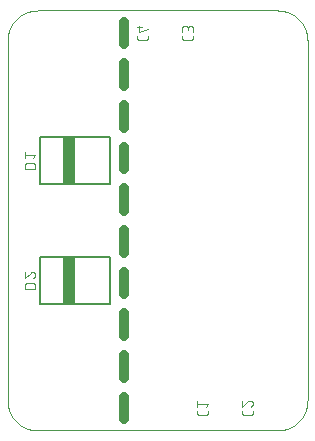
<source format=gbo>
G04 EAGLE Gerber X2 export*
%TF.Part,Single*%
%TF.FileFunction,Other,Silk bottom*%
%TF.FilePolarity,Positive*%
%TF.GenerationSoftware,Autodesk,EAGLE,9.0.0*%
%TF.CreationDate,2018-05-03T06:03:55Z*%
G75*
%MOMM*%
%FSLAX35Y35*%
%LPD*%
%AMOC8*
5,1,8,0,0,1.08239X$1,22.5*%
G01*
%ADD10C,0.000000*%
%ADD11C,0.812800*%
%ADD12C,0.076200*%
%ADD13C,0.127000*%
%ADD14R,1.000000X4.000000*%


D10*
X349250Y3651250D02*
X2381250Y3651250D01*
X2635250Y3397250D02*
X2635250Y349250D01*
X2381250Y95250D02*
X349250Y95250D01*
X95250Y349250D02*
X95250Y3397250D01*
X95324Y3403388D01*
X95547Y3409522D01*
X95917Y3415648D01*
X96436Y3421765D01*
X97102Y3427866D01*
X97915Y3433950D01*
X98876Y3440013D01*
X99982Y3446050D01*
X101234Y3452059D01*
X102631Y3458036D01*
X104172Y3463978D01*
X105856Y3469880D01*
X107682Y3475740D01*
X109649Y3481555D01*
X111756Y3487320D01*
X114002Y3493032D01*
X116385Y3498689D01*
X118904Y3504286D01*
X121558Y3509821D01*
X124344Y3515290D01*
X127262Y3520690D01*
X130310Y3526018D01*
X133485Y3531271D01*
X136787Y3536445D01*
X140212Y3541538D01*
X143760Y3546547D01*
X147427Y3551469D01*
X151213Y3556301D01*
X155114Y3561040D01*
X159128Y3565683D01*
X163254Y3570228D01*
X167488Y3574672D01*
X171828Y3579012D01*
X176272Y3583246D01*
X180817Y3587372D01*
X185460Y3591386D01*
X190199Y3595287D01*
X195031Y3599073D01*
X199953Y3602740D01*
X204962Y3606288D01*
X210055Y3609713D01*
X215229Y3613015D01*
X220482Y3616190D01*
X225810Y3619238D01*
X231210Y3622156D01*
X236679Y3624942D01*
X242214Y3627596D01*
X247811Y3630115D01*
X253468Y3632498D01*
X259180Y3634744D01*
X264945Y3636851D01*
X270760Y3638818D01*
X276620Y3640644D01*
X282522Y3642328D01*
X288464Y3643869D01*
X294441Y3645266D01*
X300450Y3646518D01*
X306487Y3647624D01*
X312550Y3648585D01*
X318634Y3649398D01*
X324735Y3650064D01*
X330852Y3650583D01*
X336978Y3650953D01*
X343112Y3651176D01*
X349250Y3651250D01*
X2381250Y3651250D02*
X2387388Y3651176D01*
X2393522Y3650953D01*
X2399648Y3650583D01*
X2405765Y3650064D01*
X2411866Y3649398D01*
X2417950Y3648585D01*
X2424013Y3647624D01*
X2430050Y3646518D01*
X2436059Y3645266D01*
X2442036Y3643869D01*
X2447978Y3642328D01*
X2453880Y3640644D01*
X2459740Y3638818D01*
X2465555Y3636851D01*
X2471320Y3634744D01*
X2477032Y3632498D01*
X2482689Y3630115D01*
X2488286Y3627596D01*
X2493821Y3624942D01*
X2499290Y3622156D01*
X2504690Y3619238D01*
X2510018Y3616190D01*
X2515271Y3613015D01*
X2520445Y3609713D01*
X2525538Y3606288D01*
X2530547Y3602740D01*
X2535469Y3599073D01*
X2540301Y3595287D01*
X2545040Y3591386D01*
X2549683Y3587372D01*
X2554228Y3583246D01*
X2558672Y3579012D01*
X2563012Y3574672D01*
X2567246Y3570228D01*
X2571372Y3565683D01*
X2575386Y3561040D01*
X2579287Y3556301D01*
X2583073Y3551469D01*
X2586740Y3546547D01*
X2590288Y3541538D01*
X2593713Y3536445D01*
X2597015Y3531271D01*
X2600190Y3526018D01*
X2603238Y3520690D01*
X2606156Y3515290D01*
X2608942Y3509821D01*
X2611596Y3504286D01*
X2614115Y3498689D01*
X2616498Y3493032D01*
X2618744Y3487320D01*
X2620851Y3481555D01*
X2622818Y3475740D01*
X2624644Y3469880D01*
X2626328Y3463978D01*
X2627869Y3458036D01*
X2629266Y3452059D01*
X2630518Y3446050D01*
X2631624Y3440013D01*
X2632585Y3433950D01*
X2633398Y3427866D01*
X2634064Y3421765D01*
X2634583Y3415648D01*
X2634953Y3409522D01*
X2635176Y3403388D01*
X2635250Y3397250D01*
X95250Y349250D02*
X95324Y343112D01*
X95547Y336978D01*
X95917Y330852D01*
X96436Y324735D01*
X97102Y318634D01*
X97915Y312550D01*
X98876Y306487D01*
X99982Y300450D01*
X101234Y294441D01*
X102631Y288464D01*
X104172Y282522D01*
X105856Y276620D01*
X107682Y270760D01*
X109649Y264945D01*
X111756Y259180D01*
X114002Y253468D01*
X116385Y247811D01*
X118904Y242214D01*
X121558Y236679D01*
X124344Y231210D01*
X127262Y225810D01*
X130310Y220482D01*
X133485Y215229D01*
X136787Y210055D01*
X140212Y204962D01*
X143760Y199953D01*
X147427Y195031D01*
X151213Y190199D01*
X155114Y185460D01*
X159128Y180817D01*
X163254Y176272D01*
X167488Y171828D01*
X171828Y167488D01*
X176272Y163254D01*
X180817Y159128D01*
X185460Y155114D01*
X190199Y151213D01*
X195031Y147427D01*
X199953Y143760D01*
X204962Y140212D01*
X210055Y136787D01*
X215229Y133485D01*
X220482Y130310D01*
X225810Y127262D01*
X231210Y124344D01*
X236679Y121558D01*
X242214Y118904D01*
X247811Y116385D01*
X253468Y114002D01*
X259180Y111756D01*
X264945Y109649D01*
X270760Y107682D01*
X276620Y105856D01*
X282522Y104172D01*
X288464Y102631D01*
X294441Y101234D01*
X300450Y99982D01*
X306487Y98876D01*
X312550Y97915D01*
X318634Y97102D01*
X324735Y96436D01*
X330852Y95917D01*
X336978Y95547D01*
X343112Y95324D01*
X349250Y95250D01*
X2381250Y95250D02*
X2387388Y95324D01*
X2393522Y95547D01*
X2399648Y95917D01*
X2405765Y96436D01*
X2411866Y97102D01*
X2417950Y97915D01*
X2424013Y98876D01*
X2430050Y99982D01*
X2436059Y101234D01*
X2442036Y102631D01*
X2447978Y104172D01*
X2453880Y105856D01*
X2459740Y107682D01*
X2465555Y109649D01*
X2471320Y111756D01*
X2477032Y114002D01*
X2482689Y116385D01*
X2488286Y118904D01*
X2493821Y121558D01*
X2499290Y124344D01*
X2504690Y127262D01*
X2510018Y130310D01*
X2515271Y133485D01*
X2520445Y136787D01*
X2525538Y140212D01*
X2530547Y143760D01*
X2535469Y147427D01*
X2540301Y151213D01*
X2545040Y155114D01*
X2549683Y159128D01*
X2554228Y163254D01*
X2558672Y167488D01*
X2563012Y171828D01*
X2567246Y176272D01*
X2571372Y180817D01*
X2575386Y185460D01*
X2579287Y190199D01*
X2583073Y195031D01*
X2586740Y199953D01*
X2590288Y204962D01*
X2593713Y210055D01*
X2597015Y215229D01*
X2600190Y220482D01*
X2603238Y225810D01*
X2606156Y231210D01*
X2608942Y236679D01*
X2611596Y242214D01*
X2614115Y247811D01*
X2616498Y253468D01*
X2618744Y259180D01*
X2620851Y264945D01*
X2622818Y270760D01*
X2624644Y276620D01*
X2626328Y282522D01*
X2627869Y288464D01*
X2629266Y294441D01*
X2630518Y300450D01*
X2631624Y306487D01*
X2632585Y312550D01*
X2633398Y318634D01*
X2634064Y324735D01*
X2634583Y330852D01*
X2634953Y336978D01*
X2635176Y343112D01*
X2635250Y349250D01*
D11*
X1079500Y3365754D02*
X1079500Y3556000D01*
X1079500Y3203194D02*
X1079500Y3012948D01*
X1079500Y2850388D02*
X1079500Y2660142D01*
X1079500Y2497582D02*
X1079500Y2307336D01*
X1079500Y2144776D02*
X1079500Y1954530D01*
X1079500Y1791970D02*
X1079500Y1601724D01*
X1079500Y1439164D02*
X1079500Y1248918D01*
X1079500Y1086358D02*
X1079500Y896112D01*
X1079500Y733552D02*
X1079500Y543306D01*
X1079500Y380746D02*
X1079500Y190500D01*
D12*
X1700060Y242990D02*
X1700060Y263519D01*
X1700060Y242990D02*
X1700066Y242494D01*
X1700084Y241998D01*
X1700114Y241503D01*
X1700156Y241009D01*
X1700210Y240516D01*
X1700275Y240024D01*
X1700353Y239534D01*
X1700442Y239046D01*
X1700544Y238560D01*
X1700657Y238077D01*
X1700781Y237597D01*
X1700917Y237120D01*
X1701065Y236646D01*
X1701224Y236176D01*
X1701394Y235710D01*
X1701576Y235249D01*
X1701768Y234791D01*
X1701972Y234339D01*
X1702186Y233892D01*
X1702411Y233450D01*
X1702647Y233013D01*
X1702894Y232583D01*
X1703150Y232158D01*
X1703417Y231740D01*
X1703694Y231328D01*
X1703981Y230923D01*
X1704277Y230526D01*
X1704583Y230135D01*
X1704898Y229752D01*
X1705223Y229377D01*
X1705556Y229009D01*
X1705898Y228650D01*
X1706249Y228299D01*
X1706608Y227957D01*
X1706976Y227624D01*
X1707351Y227299D01*
X1707734Y226984D01*
X1708125Y226678D01*
X1708522Y226382D01*
X1708927Y226095D01*
X1709339Y225818D01*
X1709757Y225551D01*
X1710182Y225295D01*
X1710612Y225048D01*
X1711049Y224812D01*
X1711491Y224587D01*
X1711938Y224373D01*
X1712390Y224169D01*
X1712848Y223977D01*
X1713309Y223795D01*
X1713775Y223625D01*
X1714245Y223466D01*
X1714719Y223318D01*
X1715196Y223182D01*
X1715676Y223058D01*
X1716159Y222945D01*
X1716645Y222843D01*
X1717133Y222754D01*
X1717623Y222676D01*
X1718115Y222611D01*
X1718608Y222557D01*
X1719102Y222515D01*
X1719597Y222485D01*
X1720093Y222467D01*
X1720589Y222461D01*
X1720589Y222462D02*
X1771911Y222462D01*
X1772415Y222468D01*
X1772918Y222487D01*
X1773421Y222518D01*
X1773923Y222561D01*
X1774424Y222616D01*
X1774923Y222684D01*
X1775421Y222764D01*
X1775916Y222856D01*
X1776409Y222961D01*
X1776899Y223077D01*
X1777386Y223206D01*
X1777870Y223346D01*
X1778351Y223498D01*
X1778827Y223662D01*
X1779299Y223838D01*
X1779767Y224025D01*
X1780230Y224223D01*
X1780688Y224433D01*
X1781141Y224654D01*
X1781588Y224886D01*
X1782030Y225129D01*
X1782465Y225383D01*
X1782894Y225647D01*
X1783316Y225922D01*
X1783732Y226207D01*
X1784140Y226502D01*
X1784541Y226807D01*
X1784934Y227122D01*
X1785320Y227446D01*
X1785697Y227780D01*
X1786066Y228123D01*
X1786427Y228475D01*
X1786779Y228835D01*
X1787122Y229204D01*
X1787456Y229582D01*
X1787780Y229967D01*
X1788095Y230361D01*
X1788400Y230762D01*
X1788695Y231170D01*
X1788980Y231586D01*
X1789255Y232008D01*
X1789519Y232437D01*
X1789773Y232872D01*
X1790016Y233314D01*
X1790248Y233761D01*
X1790469Y234214D01*
X1790679Y234672D01*
X1790877Y235135D01*
X1791064Y235602D01*
X1791240Y236075D01*
X1791404Y236551D01*
X1791556Y237032D01*
X1791696Y237515D01*
X1791825Y238003D01*
X1791941Y238493D01*
X1792045Y238986D01*
X1792138Y239481D01*
X1792218Y239978D01*
X1792286Y240478D01*
X1792341Y240979D01*
X1792384Y241480D01*
X1792415Y241983D01*
X1792434Y242487D01*
X1792440Y242991D01*
X1792440Y242990D02*
X1792440Y263519D01*
X1771911Y297716D02*
X1792440Y323377D01*
X1700060Y323377D01*
X1700060Y297716D02*
X1700060Y349038D01*
X2081060Y263519D02*
X2081060Y242990D01*
X2081066Y242494D01*
X2081084Y241998D01*
X2081114Y241503D01*
X2081156Y241009D01*
X2081210Y240516D01*
X2081275Y240024D01*
X2081353Y239534D01*
X2081442Y239046D01*
X2081544Y238560D01*
X2081657Y238077D01*
X2081781Y237597D01*
X2081917Y237120D01*
X2082065Y236646D01*
X2082224Y236176D01*
X2082394Y235710D01*
X2082576Y235249D01*
X2082768Y234791D01*
X2082972Y234339D01*
X2083186Y233892D01*
X2083411Y233450D01*
X2083647Y233013D01*
X2083894Y232583D01*
X2084150Y232158D01*
X2084417Y231740D01*
X2084694Y231328D01*
X2084981Y230923D01*
X2085277Y230526D01*
X2085583Y230135D01*
X2085898Y229752D01*
X2086223Y229377D01*
X2086556Y229009D01*
X2086898Y228650D01*
X2087249Y228299D01*
X2087608Y227957D01*
X2087976Y227624D01*
X2088351Y227299D01*
X2088734Y226984D01*
X2089125Y226678D01*
X2089522Y226382D01*
X2089927Y226095D01*
X2090339Y225818D01*
X2090757Y225551D01*
X2091182Y225295D01*
X2091612Y225048D01*
X2092049Y224812D01*
X2092491Y224587D01*
X2092938Y224373D01*
X2093390Y224169D01*
X2093848Y223977D01*
X2094309Y223795D01*
X2094775Y223625D01*
X2095245Y223466D01*
X2095719Y223318D01*
X2096196Y223182D01*
X2096676Y223058D01*
X2097159Y222945D01*
X2097645Y222843D01*
X2098133Y222754D01*
X2098623Y222676D01*
X2099115Y222611D01*
X2099608Y222557D01*
X2100102Y222515D01*
X2100597Y222485D01*
X2101093Y222467D01*
X2101589Y222461D01*
X2101589Y222462D02*
X2152911Y222462D01*
X2153415Y222468D01*
X2153918Y222487D01*
X2154421Y222518D01*
X2154923Y222561D01*
X2155424Y222616D01*
X2155923Y222684D01*
X2156421Y222764D01*
X2156916Y222856D01*
X2157409Y222961D01*
X2157899Y223077D01*
X2158386Y223206D01*
X2158870Y223346D01*
X2159351Y223498D01*
X2159827Y223662D01*
X2160299Y223838D01*
X2160767Y224025D01*
X2161230Y224223D01*
X2161688Y224433D01*
X2162141Y224654D01*
X2162588Y224886D01*
X2163030Y225129D01*
X2163465Y225383D01*
X2163894Y225647D01*
X2164316Y225922D01*
X2164732Y226207D01*
X2165140Y226502D01*
X2165541Y226807D01*
X2165934Y227122D01*
X2166320Y227446D01*
X2166697Y227780D01*
X2167066Y228123D01*
X2167427Y228475D01*
X2167779Y228835D01*
X2168122Y229204D01*
X2168456Y229582D01*
X2168780Y229967D01*
X2169095Y230361D01*
X2169400Y230762D01*
X2169695Y231170D01*
X2169980Y231586D01*
X2170255Y232008D01*
X2170519Y232437D01*
X2170773Y232872D01*
X2171016Y233314D01*
X2171248Y233761D01*
X2171469Y234214D01*
X2171679Y234672D01*
X2171877Y235135D01*
X2172064Y235602D01*
X2172240Y236075D01*
X2172404Y236551D01*
X2172556Y237032D01*
X2172696Y237515D01*
X2172825Y238003D01*
X2172941Y238493D01*
X2173045Y238986D01*
X2173138Y239481D01*
X2173218Y239978D01*
X2173286Y240478D01*
X2173341Y240979D01*
X2173384Y241480D01*
X2173415Y241983D01*
X2173434Y242487D01*
X2173440Y242991D01*
X2173440Y242990D02*
X2173440Y263519D01*
X2173440Y325943D02*
X2173433Y326510D01*
X2173412Y327077D01*
X2173377Y327642D01*
X2173329Y328207D01*
X2173266Y328770D01*
X2173190Y329332D01*
X2173100Y329892D01*
X2172996Y330449D01*
X2172879Y331003D01*
X2172748Y331555D01*
X2172603Y332103D01*
X2172445Y332647D01*
X2172274Y333188D01*
X2172090Y333724D01*
X2171892Y334255D01*
X2171682Y334781D01*
X2171459Y335302D01*
X2171223Y335818D01*
X2170974Y336327D01*
X2170713Y336830D01*
X2170440Y337327D01*
X2170154Y337816D01*
X2169857Y338299D01*
X2169548Y338774D01*
X2169227Y339241D01*
X2168895Y339701D01*
X2168552Y340152D01*
X2168198Y340594D01*
X2167833Y341028D01*
X2167457Y341453D01*
X2167071Y341868D01*
X2166676Y342274D01*
X2166270Y342670D01*
X2165855Y343055D01*
X2165430Y343431D01*
X2164996Y343796D01*
X2164554Y344150D01*
X2164103Y344493D01*
X2163643Y344825D01*
X2163176Y345146D01*
X2162701Y345455D01*
X2162218Y345752D01*
X2161728Y346038D01*
X2161232Y346311D01*
X2160729Y346572D01*
X2160219Y346821D01*
X2159704Y347057D01*
X2159183Y347280D01*
X2158657Y347490D01*
X2158125Y347688D01*
X2157589Y347872D01*
X2157049Y348044D01*
X2156505Y348201D01*
X2155957Y348346D01*
X2155405Y348477D01*
X2154851Y348594D01*
X2154293Y348698D01*
X2153734Y348788D01*
X2153172Y348864D01*
X2152609Y348927D01*
X2152044Y348975D01*
X2151478Y349010D01*
X2150912Y349031D01*
X2150345Y349038D01*
X2173440Y325943D02*
X2173431Y325226D01*
X2173405Y324509D01*
X2173362Y323792D01*
X2173301Y323078D01*
X2173223Y322364D01*
X2173128Y321653D01*
X2173016Y320944D01*
X2172886Y320239D01*
X2172740Y319536D01*
X2172577Y318837D01*
X2172396Y318143D01*
X2172199Y317453D01*
X2171986Y316768D01*
X2171756Y316088D01*
X2171509Y315414D01*
X2171246Y314747D01*
X2170968Y314085D01*
X2170673Y313431D01*
X2170362Y312784D01*
X2170036Y312145D01*
X2169695Y311514D01*
X2169339Y310891D01*
X2168967Y310277D01*
X2168581Y309673D01*
X2168180Y309077D01*
X2167765Y308492D01*
X2167336Y307917D01*
X2166893Y307352D01*
X2166437Y306798D01*
X2165967Y306256D01*
X2165485Y305725D01*
X2164990Y305206D01*
X2164482Y304699D01*
X2163962Y304204D01*
X2163430Y303722D01*
X2162887Y303253D01*
X2162333Y302797D01*
X2161768Y302355D01*
X2161192Y301927D01*
X2160606Y301513D01*
X2160011Y301113D01*
X2159405Y300727D01*
X2158791Y300356D01*
X2158168Y300001D01*
X2157536Y299660D01*
X2156897Y299335D01*
X2156249Y299025D01*
X2155595Y298731D01*
X2154933Y298453D01*
X2154265Y298191D01*
X2153591Y297946D01*
X2152911Y297716D01*
X2132382Y341340D02*
X2132808Y341775D01*
X2133243Y342200D01*
X2133689Y342614D01*
X2134145Y343018D01*
X2134611Y343409D01*
X2135086Y343790D01*
X2135571Y344158D01*
X2136064Y344515D01*
X2136566Y344859D01*
X2137076Y345191D01*
X2137595Y345510D01*
X2138121Y345817D01*
X2138654Y346110D01*
X2139194Y346390D01*
X2139741Y346657D01*
X2140295Y346911D01*
X2140854Y347150D01*
X2141419Y347376D01*
X2141990Y347589D01*
X2142565Y347786D01*
X2143146Y347970D01*
X2143730Y348140D01*
X2144319Y348295D01*
X2144911Y348436D01*
X2145507Y348562D01*
X2146105Y348673D01*
X2146706Y348770D01*
X2147309Y348852D01*
X2147914Y348919D01*
X2148521Y348971D01*
X2149128Y349008D01*
X2149736Y349031D01*
X2150345Y349038D01*
X2132382Y341340D02*
X2081060Y297716D01*
X2081060Y349038D01*
X1573060Y3417990D02*
X1573060Y3438519D01*
X1573060Y3417990D02*
X1573066Y3417494D01*
X1573084Y3416998D01*
X1573114Y3416503D01*
X1573156Y3416009D01*
X1573210Y3415516D01*
X1573275Y3415024D01*
X1573353Y3414534D01*
X1573442Y3414046D01*
X1573544Y3413560D01*
X1573657Y3413077D01*
X1573781Y3412597D01*
X1573917Y3412120D01*
X1574065Y3411646D01*
X1574224Y3411176D01*
X1574394Y3410710D01*
X1574576Y3410249D01*
X1574768Y3409791D01*
X1574972Y3409339D01*
X1575186Y3408892D01*
X1575411Y3408450D01*
X1575647Y3408013D01*
X1575894Y3407583D01*
X1576150Y3407158D01*
X1576417Y3406740D01*
X1576694Y3406328D01*
X1576981Y3405923D01*
X1577277Y3405526D01*
X1577583Y3405135D01*
X1577898Y3404752D01*
X1578223Y3404377D01*
X1578556Y3404009D01*
X1578898Y3403650D01*
X1579249Y3403299D01*
X1579608Y3402957D01*
X1579976Y3402624D01*
X1580351Y3402299D01*
X1580734Y3401984D01*
X1581125Y3401678D01*
X1581522Y3401382D01*
X1581927Y3401095D01*
X1582339Y3400818D01*
X1582757Y3400551D01*
X1583182Y3400295D01*
X1583612Y3400048D01*
X1584049Y3399812D01*
X1584491Y3399587D01*
X1584938Y3399373D01*
X1585390Y3399169D01*
X1585848Y3398977D01*
X1586309Y3398795D01*
X1586775Y3398625D01*
X1587245Y3398466D01*
X1587719Y3398318D01*
X1588196Y3398182D01*
X1588676Y3398058D01*
X1589159Y3397945D01*
X1589645Y3397843D01*
X1590133Y3397754D01*
X1590623Y3397676D01*
X1591115Y3397611D01*
X1591608Y3397557D01*
X1592102Y3397515D01*
X1592597Y3397485D01*
X1593093Y3397467D01*
X1593589Y3397461D01*
X1593589Y3397462D02*
X1644911Y3397462D01*
X1645415Y3397468D01*
X1645918Y3397487D01*
X1646421Y3397518D01*
X1646923Y3397561D01*
X1647424Y3397616D01*
X1647923Y3397684D01*
X1648421Y3397764D01*
X1648916Y3397856D01*
X1649409Y3397961D01*
X1649899Y3398077D01*
X1650386Y3398206D01*
X1650870Y3398346D01*
X1651351Y3398498D01*
X1651827Y3398662D01*
X1652299Y3398838D01*
X1652767Y3399025D01*
X1653230Y3399223D01*
X1653688Y3399433D01*
X1654141Y3399654D01*
X1654588Y3399886D01*
X1655030Y3400129D01*
X1655465Y3400383D01*
X1655894Y3400647D01*
X1656316Y3400922D01*
X1656732Y3401207D01*
X1657140Y3401502D01*
X1657541Y3401807D01*
X1657934Y3402122D01*
X1658320Y3402446D01*
X1658697Y3402780D01*
X1659066Y3403123D01*
X1659427Y3403475D01*
X1659779Y3403835D01*
X1660122Y3404204D01*
X1660456Y3404582D01*
X1660780Y3404967D01*
X1661095Y3405361D01*
X1661400Y3405762D01*
X1661695Y3406170D01*
X1661980Y3406586D01*
X1662255Y3407008D01*
X1662519Y3407437D01*
X1662773Y3407872D01*
X1663016Y3408314D01*
X1663248Y3408761D01*
X1663469Y3409214D01*
X1663679Y3409672D01*
X1663877Y3410135D01*
X1664064Y3410602D01*
X1664240Y3411075D01*
X1664404Y3411551D01*
X1664556Y3412032D01*
X1664696Y3412515D01*
X1664825Y3413003D01*
X1664941Y3413493D01*
X1665045Y3413986D01*
X1665138Y3414481D01*
X1665218Y3414978D01*
X1665286Y3415478D01*
X1665341Y3415979D01*
X1665384Y3416480D01*
X1665415Y3416983D01*
X1665434Y3417487D01*
X1665440Y3417991D01*
X1665440Y3417990D02*
X1665440Y3438519D01*
X1573060Y3472716D02*
X1573060Y3498377D01*
X1573068Y3499002D01*
X1573090Y3499626D01*
X1573128Y3500250D01*
X1573182Y3500873D01*
X1573250Y3501494D01*
X1573333Y3502113D01*
X1573432Y3502730D01*
X1573545Y3503345D01*
X1573674Y3503956D01*
X1573817Y3504565D01*
X1573975Y3505169D01*
X1574148Y3505770D01*
X1574335Y3506366D01*
X1574537Y3506958D01*
X1574753Y3507544D01*
X1574984Y3508125D01*
X1575228Y3508700D01*
X1575486Y3509269D01*
X1575758Y3509832D01*
X1576044Y3510387D01*
X1576343Y3510936D01*
X1576656Y3511477D01*
X1576981Y3512011D01*
X1577320Y3512536D01*
X1577671Y3513053D01*
X1578035Y3513561D01*
X1578410Y3514060D01*
X1578798Y3514550D01*
X1579198Y3515031D01*
X1579609Y3515501D01*
X1580032Y3515961D01*
X1580466Y3516411D01*
X1580910Y3516850D01*
X1581365Y3517279D01*
X1581831Y3517696D01*
X1582306Y3518101D01*
X1582792Y3518495D01*
X1583286Y3518877D01*
X1583790Y3519247D01*
X1584303Y3519604D01*
X1584824Y3519949D01*
X1585353Y3520281D01*
X1585891Y3520600D01*
X1586435Y3520906D01*
X1586988Y3521198D01*
X1587547Y3521477D01*
X1588113Y3521743D01*
X1588685Y3521994D01*
X1589263Y3522231D01*
X1589847Y3522455D01*
X1590436Y3522664D01*
X1591029Y3522858D01*
X1591628Y3523038D01*
X1592230Y3523204D01*
X1592837Y3523354D01*
X1593447Y3523490D01*
X1594060Y3523611D01*
X1594676Y3523717D01*
X1595294Y3523808D01*
X1595914Y3523884D01*
X1596536Y3523945D01*
X1597160Y3523990D01*
X1597784Y3524021D01*
X1598409Y3524036D01*
X1599033Y3524036D01*
X1599658Y3524021D01*
X1600282Y3523990D01*
X1600906Y3523945D01*
X1601528Y3523884D01*
X1602148Y3523808D01*
X1602766Y3523717D01*
X1603382Y3523611D01*
X1603995Y3523490D01*
X1604605Y3523354D01*
X1605212Y3523204D01*
X1605814Y3523038D01*
X1606413Y3522858D01*
X1607006Y3522664D01*
X1607595Y3522455D01*
X1608179Y3522231D01*
X1608757Y3521994D01*
X1609329Y3521743D01*
X1609895Y3521477D01*
X1610454Y3521198D01*
X1611007Y3520906D01*
X1611552Y3520600D01*
X1612089Y3520281D01*
X1612618Y3519949D01*
X1613139Y3519604D01*
X1613652Y3519247D01*
X1614156Y3518877D01*
X1614650Y3518495D01*
X1615136Y3518101D01*
X1615611Y3517696D01*
X1616077Y3517279D01*
X1616532Y3516850D01*
X1616976Y3516411D01*
X1617410Y3515961D01*
X1617833Y3515501D01*
X1618244Y3515031D01*
X1618644Y3514550D01*
X1619032Y3514060D01*
X1619407Y3513561D01*
X1619771Y3513053D01*
X1620122Y3512536D01*
X1620461Y3512011D01*
X1620786Y3511477D01*
X1621099Y3510936D01*
X1621398Y3510387D01*
X1621684Y3509832D01*
X1621956Y3509269D01*
X1622214Y3508700D01*
X1622458Y3508125D01*
X1622689Y3507544D01*
X1622905Y3506958D01*
X1623107Y3506366D01*
X1623294Y3505770D01*
X1623467Y3505169D01*
X1623625Y3504565D01*
X1623768Y3503956D01*
X1623897Y3503345D01*
X1624010Y3502730D01*
X1624109Y3502113D01*
X1624192Y3501494D01*
X1624260Y3500873D01*
X1624314Y3500250D01*
X1624352Y3499626D01*
X1624374Y3499002D01*
X1624382Y3498377D01*
X1665440Y3503509D02*
X1665440Y3472716D01*
X1665440Y3503509D02*
X1665434Y3504009D01*
X1665416Y3504509D01*
X1665385Y3505008D01*
X1665343Y3505506D01*
X1665288Y3506003D01*
X1665221Y3506498D01*
X1665142Y3506992D01*
X1665052Y3507483D01*
X1664949Y3507973D01*
X1664834Y3508459D01*
X1664708Y3508943D01*
X1664570Y3509423D01*
X1664420Y3509900D01*
X1664258Y3510374D01*
X1664085Y3510843D01*
X1663901Y3511307D01*
X1663706Y3511767D01*
X1663499Y3512223D01*
X1663281Y3512673D01*
X1663053Y3513117D01*
X1662813Y3513556D01*
X1662563Y3513989D01*
X1662303Y3514416D01*
X1662032Y3514836D01*
X1661751Y3515250D01*
X1661460Y3515656D01*
X1661160Y3516056D01*
X1660849Y3516448D01*
X1660529Y3516832D01*
X1660200Y3517208D01*
X1659862Y3517577D01*
X1659515Y3517937D01*
X1659160Y3518288D01*
X1658796Y3518630D01*
X1658423Y3518964D01*
X1658043Y3519289D01*
X1657655Y3519604D01*
X1657259Y3519909D01*
X1656856Y3520205D01*
X1656446Y3520491D01*
X1656029Y3520767D01*
X1655605Y3521032D01*
X1655176Y3521288D01*
X1654740Y3521532D01*
X1654298Y3521766D01*
X1653850Y3521989D01*
X1653398Y3522202D01*
X1652940Y3522403D01*
X1652478Y3522593D01*
X1652011Y3522771D01*
X1651539Y3522938D01*
X1651064Y3523094D01*
X1650586Y3523238D01*
X1650103Y3523370D01*
X1649618Y3523491D01*
X1649130Y3523600D01*
X1648640Y3523697D01*
X1648147Y3523781D01*
X1647653Y3523854D01*
X1647156Y3523915D01*
X1646659Y3523963D01*
X1646160Y3524000D01*
X1645661Y3524024D01*
X1645161Y3524036D01*
X1644661Y3524036D01*
X1644161Y3524024D01*
X1643662Y3524000D01*
X1643163Y3523963D01*
X1642666Y3523915D01*
X1642169Y3523854D01*
X1641675Y3523781D01*
X1641182Y3523697D01*
X1640692Y3523600D01*
X1640204Y3523491D01*
X1639719Y3523370D01*
X1639236Y3523238D01*
X1638758Y3523094D01*
X1638283Y3522938D01*
X1637811Y3522771D01*
X1637344Y3522593D01*
X1636882Y3522403D01*
X1636424Y3522202D01*
X1635972Y3521989D01*
X1635524Y3521766D01*
X1635082Y3521532D01*
X1634647Y3521288D01*
X1634217Y3521032D01*
X1633793Y3520767D01*
X1633376Y3520491D01*
X1632966Y3520205D01*
X1632563Y3519909D01*
X1632167Y3519604D01*
X1631779Y3519289D01*
X1631399Y3518964D01*
X1631026Y3518630D01*
X1630662Y3518288D01*
X1630307Y3517937D01*
X1629960Y3517577D01*
X1629622Y3517208D01*
X1629293Y3516832D01*
X1628973Y3516448D01*
X1628662Y3516056D01*
X1628362Y3515656D01*
X1628071Y3515250D01*
X1627790Y3514836D01*
X1627519Y3514416D01*
X1627259Y3513989D01*
X1627009Y3513556D01*
X1626769Y3513117D01*
X1626541Y3512673D01*
X1626323Y3512223D01*
X1626116Y3511767D01*
X1625921Y3511307D01*
X1625737Y3510843D01*
X1625564Y3510374D01*
X1625402Y3509900D01*
X1625252Y3509423D01*
X1625114Y3508943D01*
X1624988Y3508459D01*
X1624873Y3507973D01*
X1624770Y3507483D01*
X1624680Y3506992D01*
X1624601Y3506498D01*
X1624534Y3506003D01*
X1624479Y3505506D01*
X1624437Y3505008D01*
X1624406Y3504509D01*
X1624388Y3504009D01*
X1624382Y3503509D01*
X1624382Y3482981D01*
X1192060Y3438519D02*
X1192060Y3417990D01*
X1192066Y3417494D01*
X1192084Y3416998D01*
X1192114Y3416503D01*
X1192156Y3416009D01*
X1192210Y3415516D01*
X1192275Y3415024D01*
X1192353Y3414534D01*
X1192442Y3414046D01*
X1192544Y3413560D01*
X1192657Y3413077D01*
X1192781Y3412597D01*
X1192917Y3412120D01*
X1193065Y3411646D01*
X1193224Y3411176D01*
X1193394Y3410710D01*
X1193576Y3410249D01*
X1193768Y3409791D01*
X1193972Y3409339D01*
X1194186Y3408892D01*
X1194411Y3408450D01*
X1194647Y3408013D01*
X1194894Y3407583D01*
X1195150Y3407158D01*
X1195417Y3406740D01*
X1195694Y3406328D01*
X1195981Y3405923D01*
X1196277Y3405526D01*
X1196583Y3405135D01*
X1196898Y3404752D01*
X1197223Y3404377D01*
X1197556Y3404009D01*
X1197898Y3403650D01*
X1198249Y3403299D01*
X1198608Y3402957D01*
X1198976Y3402624D01*
X1199351Y3402299D01*
X1199734Y3401984D01*
X1200125Y3401678D01*
X1200522Y3401382D01*
X1200927Y3401095D01*
X1201339Y3400818D01*
X1201757Y3400551D01*
X1202182Y3400295D01*
X1202612Y3400048D01*
X1203049Y3399812D01*
X1203491Y3399587D01*
X1203938Y3399373D01*
X1204390Y3399169D01*
X1204848Y3398977D01*
X1205309Y3398795D01*
X1205775Y3398625D01*
X1206245Y3398466D01*
X1206719Y3398318D01*
X1207196Y3398182D01*
X1207676Y3398058D01*
X1208159Y3397945D01*
X1208645Y3397843D01*
X1209133Y3397754D01*
X1209623Y3397676D01*
X1210115Y3397611D01*
X1210608Y3397557D01*
X1211102Y3397515D01*
X1211597Y3397485D01*
X1212093Y3397467D01*
X1212589Y3397461D01*
X1212589Y3397462D02*
X1263911Y3397462D01*
X1264415Y3397468D01*
X1264918Y3397487D01*
X1265421Y3397518D01*
X1265923Y3397561D01*
X1266424Y3397616D01*
X1266923Y3397684D01*
X1267421Y3397764D01*
X1267916Y3397856D01*
X1268409Y3397961D01*
X1268899Y3398077D01*
X1269386Y3398206D01*
X1269870Y3398346D01*
X1270351Y3398498D01*
X1270827Y3398662D01*
X1271299Y3398838D01*
X1271767Y3399025D01*
X1272230Y3399223D01*
X1272688Y3399433D01*
X1273141Y3399654D01*
X1273588Y3399886D01*
X1274030Y3400129D01*
X1274465Y3400383D01*
X1274894Y3400647D01*
X1275316Y3400922D01*
X1275732Y3401207D01*
X1276140Y3401502D01*
X1276541Y3401807D01*
X1276934Y3402122D01*
X1277320Y3402446D01*
X1277697Y3402780D01*
X1278066Y3403123D01*
X1278427Y3403475D01*
X1278779Y3403835D01*
X1279122Y3404204D01*
X1279456Y3404582D01*
X1279780Y3404967D01*
X1280095Y3405361D01*
X1280400Y3405762D01*
X1280695Y3406170D01*
X1280980Y3406586D01*
X1281255Y3407008D01*
X1281519Y3407437D01*
X1281773Y3407872D01*
X1282016Y3408314D01*
X1282248Y3408761D01*
X1282469Y3409214D01*
X1282679Y3409672D01*
X1282877Y3410135D01*
X1283064Y3410602D01*
X1283240Y3411075D01*
X1283404Y3411551D01*
X1283556Y3412032D01*
X1283696Y3412515D01*
X1283825Y3413003D01*
X1283941Y3413493D01*
X1284045Y3413986D01*
X1284138Y3414481D01*
X1284218Y3414978D01*
X1284286Y3415478D01*
X1284341Y3415979D01*
X1284384Y3416480D01*
X1284415Y3416983D01*
X1284434Y3417487D01*
X1284440Y3417991D01*
X1284440Y3417990D02*
X1284440Y3438519D01*
X1284440Y3493245D02*
X1212589Y3472716D01*
X1212589Y3524038D01*
X1233118Y3508642D02*
X1192060Y3508642D01*
D13*
X966750Y2181250D02*
X366750Y2181250D01*
X366750Y2581250D01*
X966750Y2581250D01*
X966750Y2181250D01*
D14*
X616750Y2381250D03*
D12*
X331940Y2309089D02*
X239560Y2309089D01*
X331940Y2309089D02*
X331940Y2334750D01*
X331933Y2335370D01*
X331910Y2335990D01*
X331873Y2336609D01*
X331820Y2337227D01*
X331753Y2337843D01*
X331671Y2338458D01*
X331574Y2339070D01*
X331462Y2339680D01*
X331335Y2340287D01*
X331194Y2340891D01*
X331039Y2341491D01*
X330869Y2342088D01*
X330684Y2342680D01*
X330485Y2343267D01*
X330272Y2343850D01*
X330046Y2344427D01*
X329805Y2344998D01*
X329550Y2345564D01*
X329282Y2346123D01*
X329001Y2346675D01*
X328706Y2347221D01*
X328398Y2347759D01*
X328077Y2348290D01*
X327744Y2348813D01*
X327398Y2349327D01*
X327039Y2349833D01*
X326669Y2350330D01*
X326286Y2350819D01*
X325892Y2351297D01*
X325487Y2351766D01*
X325070Y2352226D01*
X324642Y2352675D01*
X324204Y2353113D01*
X323755Y2353541D01*
X323295Y2353958D01*
X322826Y2354363D01*
X322348Y2354757D01*
X321859Y2355140D01*
X321362Y2355510D01*
X320856Y2355869D01*
X320342Y2356215D01*
X319819Y2356548D01*
X319288Y2356869D01*
X318750Y2357177D01*
X318204Y2357472D01*
X317652Y2357753D01*
X317093Y2358021D01*
X316527Y2358276D01*
X315956Y2358517D01*
X315379Y2358743D01*
X314796Y2358956D01*
X314209Y2359155D01*
X313617Y2359340D01*
X313020Y2359510D01*
X312420Y2359665D01*
X311816Y2359806D01*
X311209Y2359933D01*
X310599Y2360045D01*
X309987Y2360142D01*
X309372Y2360224D01*
X308756Y2360291D01*
X308138Y2360344D01*
X307519Y2360381D01*
X306899Y2360404D01*
X306279Y2360411D01*
X265221Y2360411D01*
X264601Y2360404D01*
X263981Y2360381D01*
X263362Y2360344D01*
X262744Y2360291D01*
X262128Y2360224D01*
X261513Y2360142D01*
X260901Y2360045D01*
X260291Y2359933D01*
X259684Y2359806D01*
X259080Y2359665D01*
X258480Y2359510D01*
X257883Y2359340D01*
X257291Y2359155D01*
X256704Y2358956D01*
X256121Y2358743D01*
X255544Y2358517D01*
X254973Y2358276D01*
X254407Y2358021D01*
X253848Y2357753D01*
X253296Y2357472D01*
X252750Y2357177D01*
X252212Y2356869D01*
X251681Y2356548D01*
X251158Y2356215D01*
X250644Y2355869D01*
X250138Y2355510D01*
X249641Y2355140D01*
X249152Y2354757D01*
X248674Y2354363D01*
X248205Y2353958D01*
X247745Y2353541D01*
X247296Y2353113D01*
X246858Y2352675D01*
X246430Y2352226D01*
X246013Y2351766D01*
X245608Y2351297D01*
X245214Y2350819D01*
X244831Y2350330D01*
X244461Y2349833D01*
X244102Y2349327D01*
X243756Y2348813D01*
X243423Y2348290D01*
X243102Y2347759D01*
X242794Y2347221D01*
X242499Y2346675D01*
X242218Y2346123D01*
X241950Y2345564D01*
X241695Y2344998D01*
X241454Y2344427D01*
X241228Y2343850D01*
X241015Y2343267D01*
X240816Y2342680D01*
X240631Y2342088D01*
X240461Y2341491D01*
X240306Y2340891D01*
X240165Y2340287D01*
X240038Y2339680D01*
X239926Y2339070D01*
X239829Y2338458D01*
X239747Y2337843D01*
X239680Y2337227D01*
X239627Y2336609D01*
X239590Y2335990D01*
X239567Y2335370D01*
X239560Y2334750D01*
X239560Y2309089D01*
X311411Y2402089D02*
X331940Y2427750D01*
X239560Y2427750D01*
X239560Y2402089D02*
X239560Y2453411D01*
D13*
X366750Y1165250D02*
X966750Y1165250D01*
X366750Y1165250D02*
X366750Y1565250D01*
X966750Y1565250D01*
X966750Y1165250D01*
D14*
X616750Y1365250D03*
D12*
X331940Y1293089D02*
X239560Y1293089D01*
X331940Y1293089D02*
X331940Y1318750D01*
X331933Y1319370D01*
X331910Y1319990D01*
X331873Y1320609D01*
X331820Y1321227D01*
X331753Y1321843D01*
X331671Y1322458D01*
X331574Y1323070D01*
X331462Y1323680D01*
X331335Y1324287D01*
X331194Y1324891D01*
X331039Y1325491D01*
X330869Y1326088D01*
X330684Y1326680D01*
X330485Y1327267D01*
X330272Y1327850D01*
X330046Y1328427D01*
X329805Y1328998D01*
X329550Y1329564D01*
X329282Y1330123D01*
X329001Y1330675D01*
X328706Y1331221D01*
X328398Y1331759D01*
X328077Y1332290D01*
X327744Y1332813D01*
X327398Y1333327D01*
X327039Y1333833D01*
X326669Y1334330D01*
X326286Y1334819D01*
X325892Y1335297D01*
X325487Y1335766D01*
X325070Y1336226D01*
X324642Y1336675D01*
X324204Y1337113D01*
X323755Y1337541D01*
X323295Y1337958D01*
X322826Y1338363D01*
X322348Y1338757D01*
X321859Y1339140D01*
X321362Y1339510D01*
X320856Y1339869D01*
X320342Y1340215D01*
X319819Y1340548D01*
X319288Y1340869D01*
X318750Y1341177D01*
X318204Y1341472D01*
X317652Y1341753D01*
X317093Y1342021D01*
X316527Y1342276D01*
X315956Y1342517D01*
X315379Y1342743D01*
X314796Y1342956D01*
X314209Y1343155D01*
X313617Y1343340D01*
X313020Y1343510D01*
X312420Y1343665D01*
X311816Y1343806D01*
X311209Y1343933D01*
X310599Y1344045D01*
X309987Y1344142D01*
X309372Y1344224D01*
X308756Y1344291D01*
X308138Y1344344D01*
X307519Y1344381D01*
X306899Y1344404D01*
X306279Y1344411D01*
X265221Y1344411D01*
X264601Y1344404D01*
X263981Y1344381D01*
X263362Y1344344D01*
X262744Y1344291D01*
X262128Y1344224D01*
X261513Y1344142D01*
X260901Y1344045D01*
X260291Y1343933D01*
X259684Y1343806D01*
X259080Y1343665D01*
X258480Y1343510D01*
X257883Y1343340D01*
X257291Y1343155D01*
X256704Y1342956D01*
X256121Y1342743D01*
X255544Y1342517D01*
X254973Y1342276D01*
X254407Y1342021D01*
X253848Y1341753D01*
X253296Y1341472D01*
X252750Y1341177D01*
X252212Y1340869D01*
X251681Y1340548D01*
X251158Y1340215D01*
X250644Y1339869D01*
X250138Y1339510D01*
X249641Y1339140D01*
X249152Y1338757D01*
X248674Y1338363D01*
X248205Y1337958D01*
X247745Y1337541D01*
X247296Y1337113D01*
X246858Y1336675D01*
X246430Y1336226D01*
X246013Y1335766D01*
X245608Y1335297D01*
X245214Y1334819D01*
X244831Y1334330D01*
X244461Y1333833D01*
X244102Y1333327D01*
X243756Y1332813D01*
X243423Y1332290D01*
X243102Y1331759D01*
X242794Y1331221D01*
X242499Y1330675D01*
X242218Y1330123D01*
X241950Y1329564D01*
X241695Y1328998D01*
X241454Y1328427D01*
X241228Y1327850D01*
X241015Y1327267D01*
X240816Y1326680D01*
X240631Y1326088D01*
X240461Y1325491D01*
X240306Y1324891D01*
X240165Y1324287D01*
X240038Y1323680D01*
X239926Y1323070D01*
X239829Y1322458D01*
X239747Y1321843D01*
X239680Y1321227D01*
X239627Y1320609D01*
X239590Y1319990D01*
X239567Y1319370D01*
X239560Y1318750D01*
X239560Y1293089D01*
X331940Y1414316D02*
X331933Y1414883D01*
X331912Y1415450D01*
X331877Y1416015D01*
X331829Y1416580D01*
X331766Y1417143D01*
X331690Y1417705D01*
X331600Y1418265D01*
X331496Y1418822D01*
X331379Y1419376D01*
X331248Y1419928D01*
X331103Y1420476D01*
X330945Y1421020D01*
X330774Y1421561D01*
X330590Y1422097D01*
X330392Y1422628D01*
X330182Y1423154D01*
X329959Y1423675D01*
X329723Y1424191D01*
X329474Y1424700D01*
X329213Y1425203D01*
X328940Y1425700D01*
X328654Y1426189D01*
X328357Y1426672D01*
X328048Y1427147D01*
X327727Y1427614D01*
X327395Y1428074D01*
X327052Y1428525D01*
X326698Y1428967D01*
X326333Y1429401D01*
X325957Y1429826D01*
X325571Y1430241D01*
X325176Y1430647D01*
X324770Y1431043D01*
X324355Y1431428D01*
X323930Y1431804D01*
X323496Y1432169D01*
X323054Y1432523D01*
X322603Y1432866D01*
X322143Y1433198D01*
X321676Y1433519D01*
X321201Y1433828D01*
X320718Y1434125D01*
X320228Y1434411D01*
X319732Y1434684D01*
X319229Y1434945D01*
X318719Y1435194D01*
X318204Y1435430D01*
X317683Y1435653D01*
X317157Y1435863D01*
X316625Y1436061D01*
X316089Y1436245D01*
X315549Y1436417D01*
X315005Y1436574D01*
X314457Y1436719D01*
X313905Y1436850D01*
X313351Y1436967D01*
X312793Y1437071D01*
X312234Y1437161D01*
X311672Y1437237D01*
X311109Y1437300D01*
X310544Y1437348D01*
X309978Y1437383D01*
X309412Y1437404D01*
X308845Y1437411D01*
X331940Y1414316D02*
X331931Y1413599D01*
X331905Y1412882D01*
X331862Y1412165D01*
X331801Y1411451D01*
X331723Y1410737D01*
X331628Y1410026D01*
X331516Y1409317D01*
X331386Y1408612D01*
X331240Y1407909D01*
X331077Y1407210D01*
X330896Y1406516D01*
X330699Y1405826D01*
X330486Y1405141D01*
X330256Y1404461D01*
X330009Y1403787D01*
X329746Y1403120D01*
X329468Y1402458D01*
X329173Y1401804D01*
X328862Y1401157D01*
X328536Y1400518D01*
X328195Y1399887D01*
X327839Y1399264D01*
X327467Y1398650D01*
X327081Y1398046D01*
X326680Y1397450D01*
X326265Y1396865D01*
X325836Y1396290D01*
X325393Y1395725D01*
X324937Y1395171D01*
X324467Y1394629D01*
X323985Y1394098D01*
X323490Y1393579D01*
X322982Y1393072D01*
X322462Y1392577D01*
X321930Y1392095D01*
X321387Y1391626D01*
X320833Y1391170D01*
X320268Y1390728D01*
X319692Y1390300D01*
X319106Y1389886D01*
X318511Y1389486D01*
X317905Y1389100D01*
X317291Y1388729D01*
X316668Y1388374D01*
X316036Y1388033D01*
X315397Y1387708D01*
X314749Y1387398D01*
X314095Y1387104D01*
X313433Y1386826D01*
X312765Y1386564D01*
X312091Y1386319D01*
X311411Y1386089D01*
X290882Y1429713D02*
X291308Y1430148D01*
X291743Y1430573D01*
X292189Y1430987D01*
X292645Y1431391D01*
X293111Y1431782D01*
X293586Y1432163D01*
X294071Y1432531D01*
X294564Y1432888D01*
X295066Y1433232D01*
X295576Y1433564D01*
X296095Y1433883D01*
X296621Y1434190D01*
X297154Y1434483D01*
X297694Y1434763D01*
X298241Y1435030D01*
X298795Y1435284D01*
X299354Y1435523D01*
X299919Y1435749D01*
X300490Y1435962D01*
X301065Y1436159D01*
X301646Y1436343D01*
X302230Y1436513D01*
X302819Y1436668D01*
X303411Y1436809D01*
X304007Y1436935D01*
X304605Y1437046D01*
X305206Y1437143D01*
X305809Y1437225D01*
X306414Y1437292D01*
X307021Y1437344D01*
X307628Y1437381D01*
X308236Y1437404D01*
X308845Y1437411D01*
X290882Y1429713D02*
X239560Y1386089D01*
X239560Y1437411D01*
M02*

</source>
